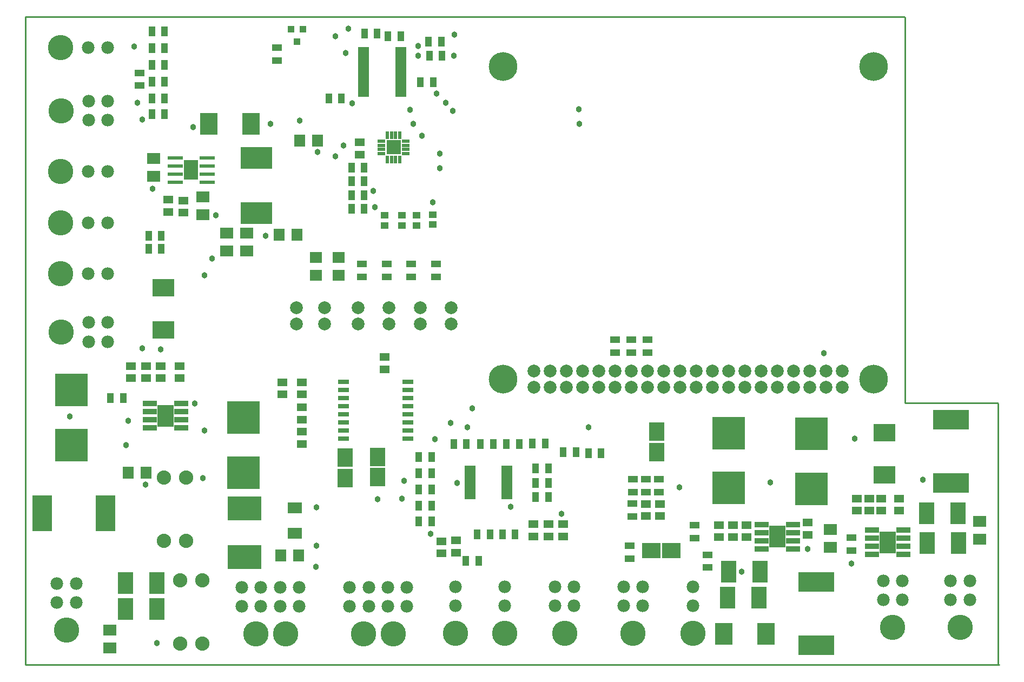
<source format=gts>
G04*
G04 #@! TF.GenerationSoftware,Altium Limited,Altium Designer,22.9.1 (49)*
G04*
G04 Layer_Color=8388736*
%FSLAX25Y25*%
%MOIN*%
G70*
G04*
G04 #@! TF.SameCoordinates,3F179E76-7137-4DFB-B845-8D42032AEADC*
G04*
G04*
G04 #@! TF.FilePolarity,Negative*
G04*
G01*
G75*
%ADD11C,0.01000*%
%ADD27R,0.09264X0.02449*%
%ADD44R,0.10642X0.13595*%
%ADD45R,0.06115X0.04343*%
%ADD46R,0.04343X0.06115*%
%ADD47R,0.06706X0.02572*%
%ADD48R,0.04540X0.02178*%
%ADD49R,0.02178X0.04540*%
%ADD50R,0.08674X0.08674*%
%ADD51R,0.19304X0.13398*%
%ADD52R,0.06509X0.03162*%
%ADD53R,0.09855X0.13398*%
%ADD54R,0.08871X0.03398*%
%ADD55R,0.09055X0.12205*%
%ADD56R,0.20485X0.20485*%
%ADD57R,0.06312X0.04934*%
%ADD58R,0.07887X0.06509*%
%ADD59R,0.06509X0.07690*%
%ADD60R,0.09461X0.13595*%
%ADD61R,0.04540X0.04343*%
%ADD62C,0.03800*%
%ADD63R,0.07690X0.06509*%
%ADD64R,0.11824X0.09698*%
%ADD65R,0.13595X0.10642*%
%ADD66R,0.09698X0.11824*%
%ADD67R,0.03950X0.04343*%
%ADD68R,0.12217X0.22060*%
%ADD69R,0.22060X0.12217*%
%ADD70R,0.08871X0.07099*%
%ADD71R,0.20879X0.14580*%
%ADD72C,0.07880*%
%ADD73C,0.17729*%
%ADD74C,0.07887*%
%ADD75C,0.07800*%
%ADD76C,0.15600*%
%ADD77C,0.08800*%
D11*
Y399500D02*
X541500D01*
X542000Y399000D01*
Y161500D02*
Y399000D01*
Y161500D02*
X599000D01*
X599500Y161000D01*
Y500D02*
Y161000D01*
Y500D02*
X600000Y0D01*
X0D02*
X600000D01*
X0D02*
Y399500D01*
Y0D02*
X600000D01*
D27*
X112001Y312500D02*
D03*
Y307500D02*
D03*
Y302500D02*
D03*
Y297500D02*
D03*
X92500D02*
D03*
Y302500D02*
D03*
Y307500D02*
D03*
Y312500D02*
D03*
D44*
X112988Y333500D02*
D03*
X139012D02*
D03*
X430488Y19000D02*
D03*
X456512D02*
D03*
D45*
X363500Y200406D02*
D03*
Y192532D02*
D03*
X373500Y200468D02*
D03*
Y192595D02*
D03*
X383437Y200468D02*
D03*
Y192595D02*
D03*
X390500Y114437D02*
D03*
Y106563D02*
D03*
X420500Y60063D02*
D03*
Y67937D02*
D03*
X509000Y70563D02*
D03*
Y78437D02*
D03*
X412500Y78224D02*
D03*
Y86098D02*
D03*
X382500Y106563D02*
D03*
Y114437D02*
D03*
X374000Y99437D02*
D03*
Y91563D02*
D03*
X237833Y239232D02*
D03*
Y247106D02*
D03*
X253000Y239232D02*
D03*
Y247106D02*
D03*
X70614Y357063D02*
D03*
Y364937D02*
D03*
X155000Y372563D02*
D03*
Y380437D02*
D03*
X207500Y239232D02*
D03*
Y247106D02*
D03*
X372500Y65563D02*
D03*
Y73437D02*
D03*
X222667Y239232D02*
D03*
Y247106D02*
D03*
X374500Y106563D02*
D03*
Y114437D02*
D03*
D46*
X278563Y80500D02*
D03*
X286437D02*
D03*
X208937Y298000D02*
D03*
X201063D02*
D03*
X208937Y289500D02*
D03*
X201063D02*
D03*
X208937Y306500D02*
D03*
X201063D02*
D03*
X208937Y281000D02*
D03*
X201063D02*
D03*
X250437Y98000D02*
D03*
X242563D02*
D03*
X250437Y108000D02*
D03*
X242563D02*
D03*
X250437Y118000D02*
D03*
X242563D02*
D03*
X250437Y128000D02*
D03*
X242563D02*
D03*
X314563Y121000D02*
D03*
X322437D02*
D03*
X314563Y103500D02*
D03*
X322437D02*
D03*
X78063Y339500D02*
D03*
X85937D02*
D03*
X216937Y389000D02*
D03*
X209063D02*
D03*
X331563Y131000D02*
D03*
X339437D02*
D03*
X279437Y64000D02*
D03*
X271563D02*
D03*
X85937Y369900D02*
D03*
X78063D02*
D03*
X231437Y387500D02*
D03*
X223563D02*
D03*
X248500Y384000D02*
D03*
X256374D02*
D03*
X294063Y80500D02*
D03*
X301937D02*
D03*
X85937Y349300D02*
D03*
X78063D02*
D03*
X76063Y264500D02*
D03*
X83937D02*
D03*
X250437Y88500D02*
D03*
X242563D02*
D03*
X256937Y375500D02*
D03*
X249063D02*
D03*
X85937Y359600D02*
D03*
X78063D02*
D03*
X354937Y130500D02*
D03*
X347063D02*
D03*
X314563Y112000D02*
D03*
X322437D02*
D03*
X60437Y164500D02*
D03*
X52563D02*
D03*
X78063Y390500D02*
D03*
X85937D02*
D03*
X78063Y380200D02*
D03*
X85937D02*
D03*
X83937Y256500D02*
D03*
X76063D02*
D03*
X194937Y349000D02*
D03*
X187063D02*
D03*
X243563Y359000D02*
D03*
X251437D02*
D03*
X264063Y136000D02*
D03*
X271937D02*
D03*
X296563D02*
D03*
X304437D02*
D03*
X312500Y136500D02*
D03*
X320374D02*
D03*
X280563Y136000D02*
D03*
X288437D02*
D03*
D47*
X296917Y103543D02*
D03*
Y106102D02*
D03*
Y108661D02*
D03*
Y111221D02*
D03*
Y113779D02*
D03*
Y116339D02*
D03*
Y118898D02*
D03*
Y121457D02*
D03*
X274083Y103543D02*
D03*
Y106102D02*
D03*
Y108661D02*
D03*
Y111221D02*
D03*
Y113779D02*
D03*
Y116339D02*
D03*
Y118898D02*
D03*
Y121457D02*
D03*
X231417Y351425D02*
D03*
Y353984D02*
D03*
Y356543D02*
D03*
Y359102D02*
D03*
Y361661D02*
D03*
Y364220D02*
D03*
Y366779D02*
D03*
Y369339D02*
D03*
Y371898D02*
D03*
Y374457D02*
D03*
Y377016D02*
D03*
Y379575D02*
D03*
X208583Y351425D02*
D03*
Y353984D02*
D03*
Y356543D02*
D03*
Y359102D02*
D03*
Y361661D02*
D03*
Y364220D02*
D03*
Y366779D02*
D03*
Y369339D02*
D03*
Y371898D02*
D03*
Y374457D02*
D03*
Y377016D02*
D03*
Y379575D02*
D03*
D48*
X219421Y322839D02*
D03*
Y320280D02*
D03*
Y317721D02*
D03*
Y315161D02*
D03*
X234579D02*
D03*
Y317721D02*
D03*
Y320280D02*
D03*
Y322839D02*
D03*
D49*
X223161Y311421D02*
D03*
X225721D02*
D03*
X228279D02*
D03*
X230839D02*
D03*
Y326579D02*
D03*
X228279D02*
D03*
X225721D02*
D03*
X223161D02*
D03*
D50*
X227000Y319000D02*
D03*
D51*
X142500Y312429D02*
D03*
Y278571D02*
D03*
D52*
X235784Y139500D02*
D03*
Y144500D02*
D03*
Y149500D02*
D03*
Y154500D02*
D03*
Y159500D02*
D03*
Y164500D02*
D03*
Y169500D02*
D03*
Y174500D02*
D03*
X196216Y139500D02*
D03*
Y144500D02*
D03*
Y149500D02*
D03*
Y154500D02*
D03*
Y159500D02*
D03*
Y164500D02*
D03*
Y169500D02*
D03*
Y174500D02*
D03*
D53*
X86500Y153500D02*
D03*
X463500Y79000D02*
D03*
X531500Y75500D02*
D03*
D54*
X96067Y146000D02*
D03*
Y151000D02*
D03*
Y156000D02*
D03*
Y161000D02*
D03*
X76933Y146000D02*
D03*
Y151000D02*
D03*
Y156000D02*
D03*
Y161000D02*
D03*
X453933Y86500D02*
D03*
Y81500D02*
D03*
Y76500D02*
D03*
Y71500D02*
D03*
X473067Y86500D02*
D03*
Y81500D02*
D03*
Y76500D02*
D03*
Y71500D02*
D03*
X521933Y83000D02*
D03*
Y78000D02*
D03*
Y73000D02*
D03*
Y68000D02*
D03*
X541067Y83000D02*
D03*
Y78000D02*
D03*
Y73000D02*
D03*
Y68000D02*
D03*
D55*
X102250Y305000D02*
D03*
D56*
X28500Y169358D02*
D03*
Y135500D02*
D03*
X433500Y142929D02*
D03*
Y109071D02*
D03*
X134500Y152429D02*
D03*
Y118571D02*
D03*
X484500Y142429D02*
D03*
Y108571D02*
D03*
D57*
X206000Y322000D02*
D03*
Y314520D02*
D03*
X427500Y78760D02*
D03*
Y86240D02*
D03*
X436000Y78760D02*
D03*
Y86240D02*
D03*
X444500Y78760D02*
D03*
Y86240D02*
D03*
X158500Y166760D02*
D03*
Y174240D02*
D03*
X170500Y136260D02*
D03*
Y143740D02*
D03*
X265500Y76740D02*
D03*
Y69260D02*
D03*
X313000Y86740D02*
D03*
Y79260D02*
D03*
X95000Y184240D02*
D03*
Y176760D02*
D03*
X74500Y184240D02*
D03*
Y176760D02*
D03*
X527500Y95020D02*
D03*
Y102500D02*
D03*
X512500Y95020D02*
D03*
Y102500D02*
D03*
X331500Y86740D02*
D03*
Y79260D02*
D03*
X482000Y80260D02*
D03*
Y87740D02*
D03*
X538500Y95020D02*
D03*
Y102500D02*
D03*
X83500Y184240D02*
D03*
Y176760D02*
D03*
X170500Y174240D02*
D03*
Y166760D02*
D03*
X382500Y99240D02*
D03*
Y91760D02*
D03*
X391000Y99240D02*
D03*
Y91760D02*
D03*
X88000Y279260D02*
D03*
Y286740D02*
D03*
X322500Y86740D02*
D03*
Y79260D02*
D03*
X221500Y189740D02*
D03*
Y182260D02*
D03*
X256500Y76240D02*
D03*
Y68760D02*
D03*
X170500Y151260D02*
D03*
Y158740D02*
D03*
X520000Y95020D02*
D03*
Y102500D02*
D03*
X97500Y278760D02*
D03*
Y286240D02*
D03*
X65000Y184240D02*
D03*
Y176760D02*
D03*
D58*
X136500Y266012D02*
D03*
Y254988D02*
D03*
X124000Y266012D02*
D03*
Y254988D02*
D03*
X79000Y300988D02*
D03*
Y312012D02*
D03*
X52000Y10488D02*
D03*
Y21512D02*
D03*
X588000Y88512D02*
D03*
Y77488D02*
D03*
X496000Y72488D02*
D03*
Y83512D02*
D03*
X109500Y288512D02*
D03*
Y277488D02*
D03*
D59*
X156488Y265000D02*
D03*
X167512D02*
D03*
X74512Y118500D02*
D03*
X63488D02*
D03*
X157488Y67500D02*
D03*
X168512D02*
D03*
X180012Y323000D02*
D03*
X168988D02*
D03*
D60*
X452146Y41500D02*
D03*
X432854D02*
D03*
X575146Y75000D02*
D03*
X555854D02*
D03*
X61854Y50500D02*
D03*
X81146D02*
D03*
X574646Y93500D02*
D03*
X555354D02*
D03*
X452646Y57500D02*
D03*
X433354D02*
D03*
X61854Y34500D02*
D03*
X81146D02*
D03*
D61*
X241000Y270949D02*
D03*
Y277051D02*
D03*
X221500Y270949D02*
D03*
Y277051D02*
D03*
X251000Y271449D02*
D03*
Y277551D02*
D03*
X232000Y270949D02*
D03*
Y277051D02*
D03*
D62*
X109500Y115000D02*
D03*
X179500Y73500D02*
D03*
X179000Y60500D02*
D03*
X179500Y97000D02*
D03*
X191000Y313500D02*
D03*
X62000Y135500D02*
D03*
X266000Y112000D02*
D03*
X252500Y139000D02*
D03*
X299000Y97500D02*
D03*
X330500Y93000D02*
D03*
X262000Y149000D02*
D03*
X275500Y158000D02*
D03*
X249911Y80911D02*
D03*
X232000Y102500D02*
D03*
X233500Y113500D02*
D03*
X403000Y109500D02*
D03*
X217000Y102000D02*
D03*
X272500Y146500D02*
D03*
X197500Y377057D02*
D03*
X244500Y326000D02*
D03*
X239000Y333500D02*
D03*
X237000Y342000D02*
D03*
X83500Y194500D02*
D03*
X74000Y111000D02*
D03*
X169000Y335500D02*
D03*
X459000Y112500D02*
D03*
X104500Y161000D02*
D03*
X63500Y150500D02*
D03*
X72000Y195000D02*
D03*
X110500Y240000D02*
D03*
Y144500D02*
D03*
X148000Y264500D02*
D03*
X180000Y316000D02*
D03*
X196000Y320000D02*
D03*
X201500Y346000D02*
D03*
X255500Y306000D02*
D03*
Y315000D02*
D03*
X253500Y352000D02*
D03*
X115000Y250500D02*
D03*
X264000Y375500D02*
D03*
X263500Y341500D02*
D03*
X259000Y346500D02*
D03*
X242000Y375500D02*
D03*
Y381500D02*
D03*
X103500Y331500D02*
D03*
X78500Y293500D02*
D03*
X251000Y285000D02*
D03*
X72000Y336000D02*
D03*
X69000Y346500D02*
D03*
X67000Y381000D02*
D03*
X117500Y277000D02*
D03*
X215500Y282000D02*
D03*
X214500Y292000D02*
D03*
X191000Y387500D02*
D03*
X199000Y392000D02*
D03*
X509000Y62500D02*
D03*
X264500Y388500D02*
D03*
X441500Y57500D02*
D03*
X341500Y333500D02*
D03*
X341000Y342500D02*
D03*
X511000Y139500D02*
D03*
X553000Y114000D02*
D03*
X482000Y71500D02*
D03*
X151000Y333500D02*
D03*
X81000Y13500D02*
D03*
X492000Y192000D02*
D03*
X347000Y146500D02*
D03*
X27500Y153000D02*
D03*
D63*
X193000Y240158D02*
D03*
Y251181D02*
D03*
X179000Y240158D02*
D03*
Y251181D02*
D03*
D64*
X385701Y70500D02*
D03*
X398299D02*
D03*
D65*
X529500Y116988D02*
D03*
Y143012D02*
D03*
X85000Y232512D02*
D03*
Y206488D02*
D03*
D66*
X389000Y131201D02*
D03*
Y143799D02*
D03*
X217000Y115701D02*
D03*
Y128299D02*
D03*
X197000Y115201D02*
D03*
Y127799D02*
D03*
D67*
X171240Y391937D02*
D03*
X163760D02*
D03*
X167500Y384063D02*
D03*
D68*
X49488Y93500D02*
D03*
X10512D02*
D03*
D69*
X570500Y112012D02*
D03*
Y150988D02*
D03*
X487500Y12012D02*
D03*
Y50988D02*
D03*
D70*
X166000Y96776D02*
D03*
Y81224D02*
D03*
D71*
X135000Y96559D02*
D03*
Y66441D02*
D03*
D72*
X403500Y171000D02*
D03*
X423500D02*
D03*
Y181000D02*
D03*
X413500Y171000D02*
D03*
Y181000D02*
D03*
X503500D02*
D03*
X493500D02*
D03*
X483500D02*
D03*
X473500D02*
D03*
X463500D02*
D03*
X453500D02*
D03*
X443500D02*
D03*
X433500D02*
D03*
X403500D02*
D03*
X393500D02*
D03*
X383500D02*
D03*
X373500D02*
D03*
X363500D02*
D03*
X353500D02*
D03*
X343500D02*
D03*
X333500D02*
D03*
X323500D02*
D03*
X313500D02*
D03*
X503500Y171000D02*
D03*
X493500D02*
D03*
X483500D02*
D03*
X473500D02*
D03*
X463500D02*
D03*
X453500D02*
D03*
X443500D02*
D03*
X433500D02*
D03*
X393500D02*
D03*
X383500D02*
D03*
X373500D02*
D03*
X363500D02*
D03*
X353500D02*
D03*
X343500D02*
D03*
X333500D02*
D03*
X323500D02*
D03*
X313500D02*
D03*
D73*
X522674Y176000D02*
D03*
X294327D02*
D03*
Y368913D02*
D03*
X522674D02*
D03*
D74*
X167000Y210000D02*
D03*
Y220000D02*
D03*
X184500Y210000D02*
D03*
Y220000D02*
D03*
X205200Y210000D02*
D03*
Y220000D02*
D03*
X224300Y210000D02*
D03*
Y220000D02*
D03*
X243400D02*
D03*
Y210000D02*
D03*
X262500Y220000D02*
D03*
Y210000D02*
D03*
D75*
X199900Y47800D02*
D03*
X211700D02*
D03*
Y36000D02*
D03*
X199900D02*
D03*
X223500D02*
D03*
X235300D02*
D03*
Y47800D02*
D03*
X223500D02*
D03*
X50800Y211000D02*
D03*
Y199200D02*
D03*
X39000Y211000D02*
D03*
Y199200D02*
D03*
X38905Y241000D02*
D03*
X50705D02*
D03*
X540500Y40000D02*
D03*
X528700D02*
D03*
X540500Y51800D02*
D03*
X528700D02*
D03*
X295500Y36500D02*
D03*
Y48300D02*
D03*
X50800Y347500D02*
D03*
Y335700D02*
D03*
X39000Y347500D02*
D03*
Y335700D02*
D03*
X326500Y48300D02*
D03*
X338300D02*
D03*
X326500Y36500D02*
D03*
X338300D02*
D03*
X38905Y272500D02*
D03*
X50705D02*
D03*
X368700Y48300D02*
D03*
X380500D02*
D03*
X368700Y36500D02*
D03*
X380500D02*
D03*
X570200Y51800D02*
D03*
X582000D02*
D03*
X570200Y40000D02*
D03*
X582000D02*
D03*
X133500Y47800D02*
D03*
X145300D02*
D03*
Y36000D02*
D03*
X133500D02*
D03*
X157100D02*
D03*
X168900D02*
D03*
Y47800D02*
D03*
X157100D02*
D03*
X19600Y50300D02*
D03*
X31400D02*
D03*
X19600Y38500D02*
D03*
X31400D02*
D03*
X38905Y304000D02*
D03*
X50705D02*
D03*
X265000Y36500D02*
D03*
Y48300D02*
D03*
X411500Y36500D02*
D03*
Y48300D02*
D03*
X38905Y380500D02*
D03*
X50705D02*
D03*
D76*
X208400Y19000D02*
D03*
X226900D02*
D03*
X22000Y205100D02*
D03*
X21905Y241000D02*
D03*
X534600Y23000D02*
D03*
X295500Y19500D02*
D03*
X22000Y341600D02*
D03*
X332400Y19500D02*
D03*
X21905Y272500D02*
D03*
X374600Y19500D02*
D03*
X576100Y23000D02*
D03*
X142000Y19000D02*
D03*
X160500D02*
D03*
X25500Y21500D02*
D03*
X21905Y304000D02*
D03*
X265000Y19500D02*
D03*
X411500D02*
D03*
X21905Y380500D02*
D03*
D77*
X109000Y13000D02*
D03*
Y52000D02*
D03*
X95500D02*
D03*
Y13000D02*
D03*
X85500Y115500D02*
D03*
Y76500D02*
D03*
X99000D02*
D03*
Y115500D02*
D03*
M02*

</source>
